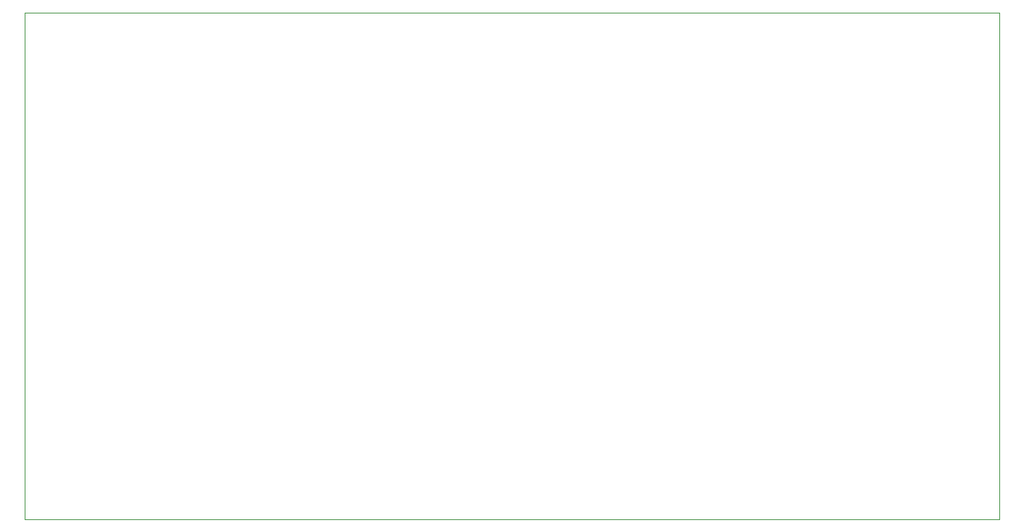
<source format=gbr>
%TF.GenerationSoftware,Altium Limited,Altium NEXUS,2.1.9 (83)*%
G04 Layer_Color=0*
%FSLAX44Y44*%
%MOMM*%
%TF.FileFunction,Profile,NP*%
%TF.Part,Single*%
G01*
G75*
%TA.AperFunction,Profile*%
%ADD114C,0.0254*%
D114*
X254000Y254000D02*
X1357630D01*
Y828040D01*
X254000D01*
Y254000D01*
%TF.MD5,a59e659b40c6d436eb293837897e7595*%
M02*

</source>
